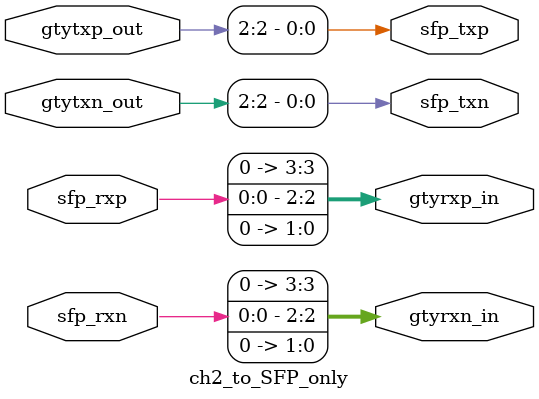
<source format=v>
`timescale 1ns / 1ps


module ch2_to_SFP_only(
    input[3:0] gtytxn_out,
    input[3:0] gtytxp_out,
    input  sfp_rxp,
    input  sfp_rxn,
    
    output sfp_txn,
    output sfp_txp,
    output[3:0] gtyrxn_in,
    output[3:0] gtyrxp_in
    );
    
 assign gtyrxn_in[2]  =  sfp_rxn;
  assign gtyrxp_in[2]  =  sfp_rxp;
  assign sfp_txn = gtytxn_out[2];
  assign sfp_txp = gtytxp_out[2];
 
  assign gtyrxp_in[1:0]=  2'h0;
  assign gtyrxn_in[1:0]=  2'h0;
  assign gtyrxp_in[3]=  1'h0;
  assign gtyrxn_in[3]=  1'h0;
  
endmodule

</source>
